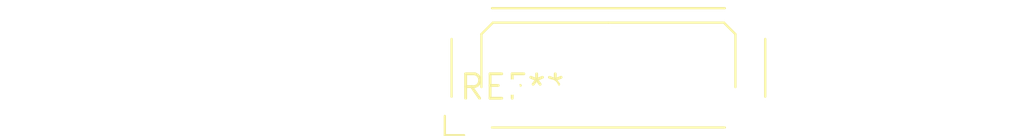
<source format=kicad_pcb>
(kicad_pcb (version 20240108) (generator pcbnew)
  (layers (0 "F.Cu" signal) (31 "B.Cu" signal) (34 "B.Paste" user) (35 "F.Paste" user) (36 "B.SilkS" user "B.Silkscreen") (37 "F.SilkS" user "F.Silkscreen") (38 "B.Mask" user) (39 "F.Mask" user) (44 "Edge.Cuts" user))
  (net 0 "")
  (footprint "Harwin_LTek-Male_2x06_P2.00mm_Vertical_StrainRelief" (layer "F.Cu") (at 0 0)
    (property "Reference" "REF**")
    (property "Value" "Harwin_LTek-Male_2x06_P2.00mm_Vertical_StrainRelief")
    (fp_line (start -3.5 1.5) (end -3.5 2.5) (layer "F.SilkS") (stroke (width 0.12)))
    (fp_line (start -3.5 2.5) (end -2.5 2.5) (layer "F.SilkS") (stroke (width 0.12)))
    (fp_line (start -3.15 -2.5) (end -3.15 0.5) (layer "F.SilkS") (stroke (width 0.12)))
    (fp_line (start -1.6 -2.75) (end -1 -3.35) (layer "F.SilkS") (stroke (width 0.12)))
    (fp_line (start -1.6 0) (end -1.6 -2.75) (layer "F.SilkS") (stroke (width 0.12)))
    (fp_line (start -1.05 -4.1) (end 11.05 -4.1) (layer "F.SilkS") (stroke (width 0.12)))
    (fp_line (start -1.05 2.1) (end 11.05 2.1) (layer "F.SilkS") (stroke (width 0.12)))
    (fp_line (start -1 -3.35) (end 5 -3.35) (layer "F.SilkS") (stroke (width 0.12)))
    (fp_line (start 11 -3.35) (end 5 -3.35) (layer "F.SilkS") (stroke (width 0.12)))
    (fp_line (start 11.6 -2.75) (end 11 -3.35) (layer "F.SilkS") (stroke (width 0.12)))
    (fp_line (start 11.6 0) (end 11.6 -2.75) (layer "F.SilkS") (stroke (width 0.12)))
    (fp_line (start 13.15 -2.5) (end 13.15 0.5) (layer "F.SilkS") (stroke (width 0.12)))
    (pad "" thru_hole circle (at -2.25 -3.375) (size 1.25 1.25) (drill 0.95) (layers *.Cu *.Mask) (remove_unused_layers))
    (pad "" thru_hole circle (at -2.25 1.375) (size 1.25 1.25) (drill 0.95) (layers *.Cu *.Mask) (remove_unused_layers))
    (pad "" thru_hole circle (at 12.25 -3.375) (size 1.25 1.25) (drill 0.95) (layers *.Cu *.Mask) (remove_unused_layers))
    (pad "" thru_hole circle (at 12.25 1.375) (size 1.25 1.25) (drill 0.95) (layers *.Cu *.Mask) (remove_unused_layers))
    (pad "1" thru_hole rect (at 0 0) (size 1.35 1.35) (drill 0.8) (layers *.Cu *.Mask) (remove_unused_layers))
    (pad "2" thru_hole circle (at 0 -2) (size 1.35 1.35) (drill 0.8) (layers *.Cu *.Mask) (remove_unused_layers))
    (pad "3" thru_hole circle (at 2 0) (size 1.35 1.35) (drill 0.8) (layers *.Cu *.Mask) (remove_unused_layers))
    (pad "4" thru_hole circle (at 2 -2) (size 1.35 1.35) (drill 0.8) (layers *.Cu *.Mask) (remove_unused_layers))
    (pad "5" thru_hole circle (at 4 0) (size 1.35 1.35) (drill 0.8) (layers *.Cu *.Mask) (remove_unused_layers))
    (pad "6" thru_hole circle (at 4 -2) (size 1.35 1.35) (drill 0.8) (layers *.Cu *.Mask) (remove_unused_layers))
    (pad "7" thru_hole circle (at 6 0) (size 1.35 1.35) (drill 0.8) (layers *.Cu *.Mask) (remove_unused_layers))
    (pad "8" thru_hole circle (at 6 -2) (size 1.35 1.35) (drill 0.8) (layers *.Cu *.Mask) (remove_unused_layers))
    (pad "9" thru_hole circle (at 8 0) (size 1.35 1.35) (drill 0.8) (layers *.Cu *.Mask) (remove_unused_layers))
    (pad "10" thru_hole circle (at 8 -2) (size 1.35 1.35) (drill 0.8) (layers *.Cu *.Mask) (remove_unused_layers))
    (pad "11" thru_hole circle (at 10 0) (size 1.35 1.35) (drill 0.8) (layers *.Cu *.Mask) (remove_unused_layers))
    (pad "12" thru_hole circle (at 10 -2) (size 1.35 1.35) (drill 0.8) (layers *.Cu *.Mask) (remove_unused_layers))
  )
)
</source>
